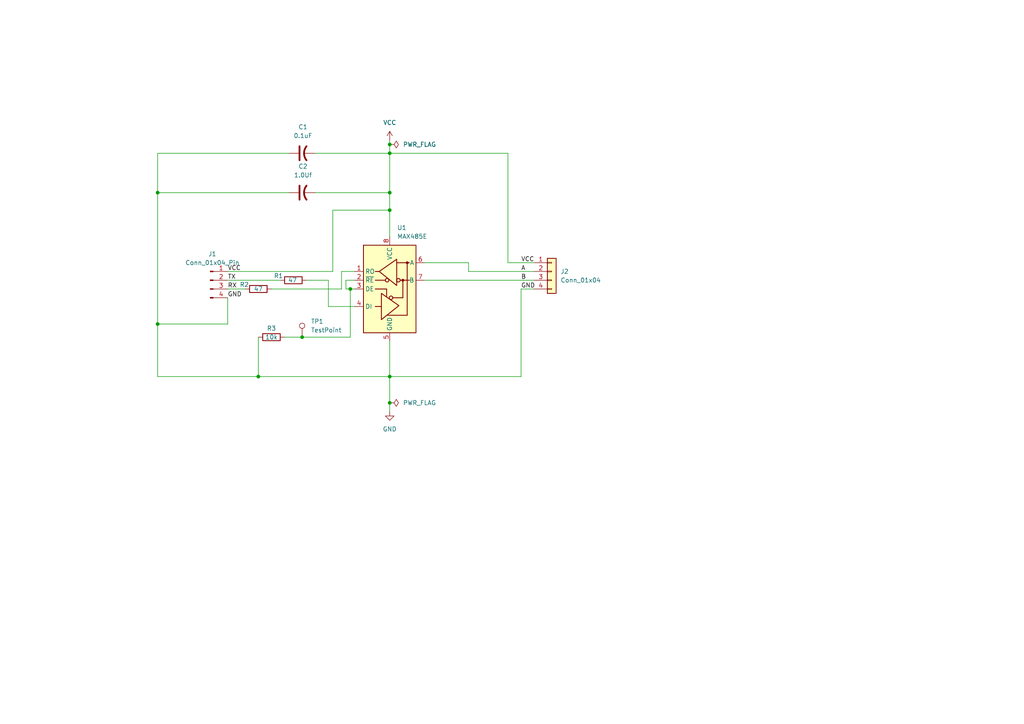
<source format=kicad_sch>
(kicad_sch (version 20250114) (generator "eeschema") (generator_version "9.0")
  (paper "A4")
  (lib_symbols
    (symbol "Connector:Conn_01x04_Pin" (pin_names (offset 1.016) (hide yes))
      (property "Reference" "J" (at 0 5.08 0))
      (property "Value" "Conn_01x04_Pin" (at 0 -7.62 0))
      (symbol "Conn_01x04_Pin_1_1"
        (rectangle (start 0.8636 2.667) (end 0 2.413) (stroke (width 0.1524)) (fill (type outline)))
        (rectangle (start 0.8636 0.127) (end 0 -0.127) (stroke (width 0.1524)) (fill (type outline)))
        (rectangle (start 0.8636 -2.413) (end 0 -2.667) (stroke (width 0.1524)) (fill (type outline)))
        (rectangle (start 0.8636 -4.953) (end 0 -5.207) (stroke (width 0.1524)) (fill (type outline)))
        (polyline (pts (xy 1.27 2.54) (xy 0.8636 2.54)) (stroke (width 0.1524)))
        (polyline (pts (xy 1.27 0) (xy 0.8636 0)) (stroke (width 0.1524)))
        (polyline (pts (xy 1.27 -2.54) (xy 0.8636 -2.54)) (stroke (width 0.1524)))
        (polyline (pts (xy 1.27 -5.08) (xy 0.8636 -5.08)) (stroke (width 0.1524)))
        (pin passive line (at 5.08 2.54 180) (length 3.81) (name "Pin_1") (number "1"))
        (pin passive line (at 5.08 0 180) (length 3.81) (name "Pin_2") (number "2"))
        (pin passive line (at 5.08 -2.54 180) (length 3.81) (name "Pin_3") (number "3"))
        (pin passive line (at 5.08 -5.08 180) (length 3.81) (name "Pin_4") (number "4"))
      )
    )
    (symbol "Connector:TestPoint" (pin_numbers (hide yes)) (pin_names (offset 0.762) (hide yes))
      (property "Reference" "TP" (at 0 6.858 0))
      (property "Value" "TestPoint" (at 0 5.08 0))
      (symbol "TestPoint_0_1"
        (circle (center 0 3.302) (radius 0.762))
      )
      (symbol "TestPoint_1_1"
        (pin passive line (at 0 0 90) (length 2.54) (name "1") (number "1"))
      )
    )
    (symbol "Connector_Generic:Conn_01x04" (pin_names (offset 1.016) (hide yes))
      (property "Reference" "J" (at 0 5.08 0))
      (property "Value" "Conn_01x04" (at 0 -7.62 0))
      (symbol "Conn_01x04_1_1"
        (rectangle (start -1.27 3.81) (end 1.27 -6.35) (stroke (width 0.254)) (fill (type background)))
        (rectangle (start -1.27 2.667) (end 0 2.413) (stroke (width 0.1524)))
        (rectangle (start -1.27 0.127) (end 0 -0.127) (stroke (width 0.1524)))
        (rectangle (start -1.27 -2.413) (end 0 -2.667) (stroke (width 0.1524)))
        (rectangle (start -1.27 -4.953) (end 0 -5.207) (stroke (width 0.1524)))
        (pin passive line (at -5.08 2.54 0) (length 3.81) (name "Pin_1") (number "1"))
        (pin passive line (at -5.08 0 0) (length 3.81) (name "Pin_2") (number "2"))
        (pin passive line (at -5.08 -2.54 0) (length 3.81) (name "Pin_3") (number "3"))
        (pin passive line (at -5.08 -5.08 0) (length 3.81) (name "Pin_4") (number "4"))
      )
    )
    (symbol "Device:C_US" (pin_numbers (hide yes)) (pin_names (offset 0.254) (hide yes))
      (property "Reference" "C" (at 0.635 2.54 0))
      (property "Value" "C_US" (at 0.635 -2.54 0))
      (symbol "C_US_0_1"
        (polyline (pts (xy -2.032 0.762) (xy 2.032 0.762)) (stroke (width 0.508)))
        (arc (start -2.032 -1.27) (mid 0 -0.5572) (end 2.032 -1.27) (stroke (width 0.508)))
      )
      (symbol "C_US_1_1"
        (pin passive line (at 0 3.81 270) (length 2.794) (name "~") (number "1"))
        (pin passive line (at 0 -3.81 90) (length 3.302) (name "~") (number "2"))
      )
    )
    (symbol "Device:R" (pin_numbers (hide yes)) (pin_names (offset 0))
      (property "Reference" "R" (at 2.032 0 90))
      (property "Value" "R" (at 0 0 90))
      (symbol "R_0_1"
        (rectangle (start -1.016 -2.54) (end 1.016 2.54) (stroke (width 0.254)))
      )
      (symbol "R_1_1"
        (pin passive line (at 0 3.81 270) (length 1.27) (name "~") (number "1"))
        (pin passive line (at 0 -3.81 90) (length 1.27) (name "~") (number "2"))
      )
    )
    (symbol "Interface_UART:MAX485E"
      (property "Reference" "U" (at -6.985 13.97 0))
      (property "Value" "MAX485E" (at 1.905 13.97 0))
      (symbol "MAX485E_0_1"
        (rectangle (start -7.62 12.7) (end 7.62 -12.7) (stroke (width 0.254)) (fill (type background)))
        (polyline (pts (xy -4.191 2.54) (xy -1.27 2.54)) (stroke (width 0.254)))
        (polyline (pts (xy -4.191 0) (xy -0.889 0) (xy -0.889 -2.286)) (stroke (width 0.254)))
        (polyline (pts (xy -3.175 5.08) (xy -4.191 5.08) (xy -4.064 5.08)) (stroke (width 0.254)))
        (polyline (pts (xy -2.54 -5.08) (xy -4.191 -5.08)) (stroke (width 0.254)))
        (polyline (pts (xy -2.413 -5.08) (xy -2.413 -1.27) (xy 2.667 -4.826) (xy -2.413 -8.89) (xy -2.413 -5.08)) (stroke (width 0.254)))
        (polyline (pts (xy -0.635 -7.62) (xy 5.08 -7.62)) (stroke (width 0.254)))
        (circle (center 0.381 -2.54) (radius 0.508) (stroke (width 0.254)))
        (polyline (pts (xy 0.889 -2.54) (xy 3.81 -2.54)) (stroke (width 0.254)))
        (polyline (pts (xy 2.032 7.62) (xy 5.715 7.62)) (stroke (width 0.254)))
        (polyline (pts (xy 3.048 2.54) (xy 5.715 2.54)) (stroke (width 0.254)))
        (circle (center 3.81 2.54) (radius 0.2794) (stroke (width 0.254)) (fill (type outline)))
        (polyline (pts (xy 3.81 -2.54) (xy 3.81 2.54)) (stroke (width 0.254)))
        (polyline (pts (xy 5.08 -7.62) (xy 5.08 7.62)) (stroke (width 0.254)))
      )
      (symbol "MAX485E_1_1"
        (circle (center -0.762 2.54) (radius 0.508) (stroke (width 0.254)))
        (polyline (pts (xy 2.032 4.826) (xy 2.032 8.636) (xy -3.048 5.08) (xy 2.032 1.016) (xy 2.032 4.826)) (stroke (width 0.254)))
        (circle (center 2.54 2.54) (radius 0.508) (stroke (width 0.254)))
        (circle (center 5.08 7.62) (radius 0.2794) (stroke (width 0.254)) (fill (type outline)))
        (pin output line (at -10.16 5.08 0) (length 2.54) (name "RO") (number "1"))
        (pin input line (at -10.16 2.54 0) (length 2.54) (name "~{RE}") (number "2"))
        (pin input line (at -10.16 0 0) (length 2.54) (name "DE") (number "3"))
        (pin input line (at -10.16 -5.08 0) (length 2.54) (name "DI") (number "4"))
        (pin power_in line (at 0 15.24 270) (length 2.54) (name "VCC") (number "8"))
        (pin power_in line (at 0 -15.24 90) (length 2.54) (name "GND") (number "5"))
        (pin bidirectional line (at 10.16 7.62 180) (length 2.54) (name "A") (number "6"))
        (pin bidirectional line (at 10.16 2.54 180) (length 2.54) (name "B") (number "7"))
      )
    )
    (symbol "power:GND" (power) (pin_numbers (hide yes)) (pin_names (offset 0) (hide yes))
      (property "Value" "GND" (at 0 -3.81 0))
      (symbol "GND_0_1"
        (polyline (pts (xy 0 0) (xy 0 -1.27) (xy 1.27 -1.27) (xy 0 -2.54) (xy -1.27 -1.27) (xy 0 -1.27)))
      )
      (symbol "GND_1_1"
        (pin power_in line (at 0 0 270) (length 0) (name "~") (number "1"))
      )
    )
    (symbol "power:PWR_FLAG" (power) (pin_numbers (hide yes)) (pin_names (offset 0) (hide yes))
      (property "Value" "PWR_FLAG" (at 0 3.81 0))
      (symbol "PWR_FLAG_0_0"
        (pin power_out line (at 0 0 90) (length 0) (name "~") (number "1"))
      )
      (symbol "PWR_FLAG_0_1"
        (polyline (pts (xy 0 0) (xy 0 1.27) (xy -1.016 1.905) (xy 0 2.54) (xy 1.016 1.905) (xy 0 1.27)))
      )
    )
    (symbol "power:VCC" (power) (pin_numbers (hide yes)) (pin_names (offset 0) (hide yes))
      (property "Value" "VCC" (at 0 3.556 0))
      (symbol "VCC_0_1"
        (polyline (pts (xy -0.762 1.27) (xy 0 2.54)))
        (polyline (pts (xy 0 2.54) (xy 0.762 1.27)))
        (polyline (pts (xy 0 0) (xy 0 2.54)))
      )
      (symbol "VCC_1_1"
        (pin power_in line (at 0 0 90) (length 0) (name "~") (number "1"))
      )
    )
  )
  (junction (at 113.03 55.88))
  (junction (at 113.03 41.91))
  (junction (at 45.72 55.88))
  (junction (at 101.6 83.82))
  (junction (at 113.03 109.22))
  (junction (at 45.72 93.98))
  (junction (at 113.03 44.45))
  (junction (at 113.03 60.96))
  (junction (at 74.93 109.22))
  (junction (at 113.03 116.84))
  (junction (at 87.63 97.79))
  (wire (pts (xy 113.03 60.96) (xy 113.03 68.58)))
  (wire (pts (xy 135.89 76.2) (xy 123.19 76.2)))
  (wire (pts (xy 45.72 55.88) (xy 45.72 93.98)))
  (wire (pts (xy 87.63 97.79) (xy 101.6 97.79)))
  (wire (pts (xy 91.44 44.45) (xy 113.03 44.45)))
  (wire (pts (xy 88.9 81.28) (xy 95.25 81.28)))
  (wire (pts (xy 74.93 97.79) (xy 74.93 109.22)))
  (wire (pts (xy 66.04 83.82) (xy 71.12 83.82)))
  (wire (pts (xy 113.03 109.22) (xy 151.13 109.22)))
  (wire (pts (xy 123.19 81.28) (xy 154.94 81.28)))
  (wire (pts (xy 100.33 81.28) (xy 100.33 83.82)))
  (wire (pts (xy 83.82 44.45) (xy 45.72 44.45)))
  (wire (pts (xy 96.52 60.96) (xy 113.03 60.96)))
  (wire (pts (xy 66.04 78.74) (xy 96.52 78.74)))
  (wire (pts (xy 113.03 116.84) (xy 113.03 119.38)))
  (wire (pts (xy 151.13 83.82) (xy 154.94 83.82)))
  (wire (pts (xy 66.04 81.28) (xy 81.28 81.28)))
  (wire (pts (xy 45.72 93.98) (xy 66.04 93.98)))
  (wire (pts (xy 91.44 55.88) (xy 113.03 55.88)))
  (wire (pts (xy 99.06 78.74) (xy 102.87 78.74)))
  (wire (pts (xy 101.6 97.79) (xy 101.6 83.82)))
  (wire (pts (xy 113.03 99.06) (xy 113.03 109.22)))
  (wire (pts (xy 78.74 83.82) (xy 99.06 83.82)))
  (wire (pts (xy 113.03 44.45) (xy 113.03 55.88)))
  (wire (pts (xy 113.03 41.91) (xy 113.03 44.45)))
  (wire (pts (xy 135.89 78.74) (xy 135.89 76.2)))
  (wire (pts (xy 147.32 76.2) (xy 147.32 44.45)))
  (wire (pts (xy 45.72 93.98) (xy 45.72 109.22)))
  (wire (pts (xy 66.04 86.36) (xy 66.04 93.98)))
  (wire (pts (xy 99.06 83.82) (xy 99.06 78.74)))
  (wire (pts (xy 151.13 83.82) (xy 151.13 109.22)))
  (wire (pts (xy 113.03 55.88) (xy 113.03 60.96)))
  (wire (pts (xy 96.52 78.74) (xy 96.52 60.96)))
  (wire (pts (xy 100.33 83.82) (xy 101.6 83.82)))
  (wire (pts (xy 100.33 81.28) (xy 102.87 81.28)))
  (wire (pts (xy 45.72 109.22) (xy 74.93 109.22)))
  (wire (pts (xy 147.32 44.45) (xy 113.03 44.45)))
  (wire (pts (xy 95.25 88.9) (xy 102.87 88.9)))
  (wire (pts (xy 82.55 97.79) (xy 87.63 97.79)))
  (wire (pts (xy 45.72 44.45) (xy 45.72 55.88)))
  (wire (pts (xy 147.32 76.2) (xy 154.94 76.2)))
  (wire (pts (xy 113.03 40.64) (xy 113.03 41.91)))
  (wire (pts (xy 101.6 83.82) (xy 102.87 83.82)))
  (wire (pts (xy 113.03 109.22) (xy 113.03 116.84)))
  (wire (pts (xy 95.25 81.28) (xy 95.25 88.9)))
  (wire (pts (xy 74.93 109.22) (xy 113.03 109.22)))
  (wire (pts (xy 45.72 55.88) (xy 83.82 55.88)))
  (wire (pts (xy 135.89 78.74) (xy 154.94 78.74)))
  (label "VCC" (at 151.13 76.2 0))
  (label "A" (at 151.13 78.74 0))
  (label "GND" (at 66.04 86.36 0))
  (label "TX" (at 66.04 81.28 0))
  (label "VCC" (at 66.04 78.74 0))
  (label "B" (at 151.13 81.28 0))
  (label "GND" (at 151.13 83.82 0))
  (label "RX" (at 66.04 83.82 0))
  (symbol (lib_id "power:VCC") (at 113.03 40.64 0) (unit 1)
    (property "Reference" "#PWR02" (effects (hide yes)))
    (property "Value" "VCC" (at 113.03 35.56 0))
    (property "Description" "Power symbol creates a global label with name \"VCC\"" (effects (hide yes)))
  )
  (symbol (lib_id "Connector:Conn_01x04_Pin") (at 60.96 81.28 0) (unit 1)
    (property "Reference" "J1" (at 61.595 73.66 0))
    (property "Value" "Conn_01x04_Pin" (at 61.595 76.2 0))
    (property "Description" "Generic connector, single row, 01x04, script generated" (effects (hide yes)))
  )
  (symbol (lib_id "power:PWR_FLAG") (at 113.03 116.84 270) (unit 1)
    (property "Reference" "#FLG02" (effects (hide yes)))
    (property "Value" "PWR_FLAG" (at 116.84 116.8399 90) (effects (justify left)))
    (property "Description" "Special symbol for telling ERC where power comes from" (effects (hide yes)))
  )
  (symbol (lib_id "Connector:TestPoint") (at 87.63 97.79 0) (unit 1)
    (property "Reference" "TP1" (at 90.17 93.2179 0) (effects (justify left)))
    (property "Value" "TestPoint" (at 90.17 95.7579 0) (effects (justify left)))
    (property "Description" "test point" (effects (hide yes)))
  )
  (symbol (lib_id "Device:C_US") (at 87.63 44.45 90) (unit 1)
    (property "Reference" "C1" (at 87.884 36.83 90))
    (property "Value" "0.1uF" (at 87.884 39.37 90))
    (property "Description" "capacitor, US symbol" (effects (hide yes)))
  )
  (symbol (lib_id "Device:R") (at 85.09 81.28 90) (unit 1)
    (property "Reference" "R1" (at 80.772 80.01 90))
    (property "Value" "47" (at 84.836 81.28 90))
    (property "Description" "Resistor" (effects (hide yes)))
  )
  (symbol (lib_id "power:PWR_FLAG") (at 113.03 41.91 270) (unit 1)
    (property "Reference" "#FLG01" (effects (hide yes)))
    (property "Value" "PWR_FLAG" (at 116.84 41.9099 90) (effects (justify left)))
    (property "Description" "Special symbol for telling ERC where power comes from" (effects (hide yes)))
  )
  (symbol (lib_id "power:GND") (at 113.03 119.38 0) (unit 1)
    (property "Reference" "#PWR01" (effects (hide yes)))
    (property "Value" "GND" (at 113.03 124.46 0))
    (property "Description" "Power symbol creates a global label with name \"GND\" , ground" (effects (hide yes)))
  )
  (symbol (lib_id "Connector_Generic:Conn_01x04") (at 160.02 78.74 0) (unit 1)
    (property "Reference" "J2" (at 162.56 78.7399 0) (effects (justify left)))
    (property "Value" "Conn_01x04" (at 162.56 81.2799 0) (effects (justify left)))
    (property "Description" "Generic connector, single row, 01x04, script generated (kicad-library-utils/schlib/autogen/connector/)" (effects (hide yes)))
  )
  (symbol (lib_id "Device:R") (at 78.74 97.79 90) (unit 1)
    (property "Reference" "R3" (at 78.74 95.25 90))
    (property "Value" "10k" (at 78.74 97.79 90))
    (property "Description" "Resistor" (effects (hide yes)))
  )
  (symbol (lib_id "Device:C_US") (at 87.63 55.88 90) (unit 1)
    (property "Reference" "C2" (at 87.884 48.26 90))
    (property "Value" "1.0Uf" (at 87.884 50.8 90))
    (property "Description" "capacitor, US symbol" (effects (hide yes)))
  )
  (symbol (lib_id "Device:R") (at 74.93 83.82 90) (unit 1)
    (property "Reference" "R2" (at 70.866 82.55 90))
    (property "Value" "47" (at 74.93 83.82 90))
    (property "Description" "Resistor" (effects (hide yes)))
  )
  (symbol (lib_id "Interface_UART:MAX485E") (at 113.03 83.82 0) (unit 1)
    (property "Reference" "U1" (at 115.1733 66.04 0) (effects (justify left)))
    (property "Value" "MAX485E" (at 115.1733 68.58 0) (effects (justify left)))
    (property "Footprint" "Package_SO:SOIC-8_3.9x4.9mm_P1.27mm" (effects (hide yes)))
    (property "Datasheet" "https://datasheets.maximintegrated.com/en/ds/MAX1487E-MAX491E.pdf" (effects (hide yes)))
    (property "Description" "Half duplex RS-485/RS-422, 2.5 Mbps, ±15kV electro-static discharge (ESD) protection, no slew-rate, no low-power shutdown, with receiver/driver enable, 32 receiver drive capability, DIP-8 and SOIC-8" (effects (hide yes)))
  )
)
</source>
